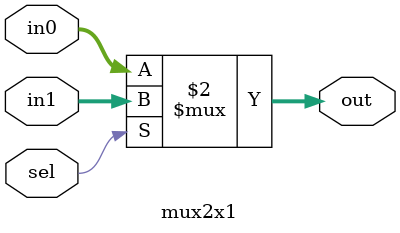
<source format=v>
`timescale 1ns / 1ps
module compute_ddp_wrapper(clk, rst, a0, a1, b0, b1, result, result_ready);
input clk;
input rst;
input [3:0] a0, a1, b0, b1;

output [4:0] result;		// in this example, result is a0+b0 and then a1+b1 
output result_ready;		// goes high when a0+b0 is computed and a1+b1 is computed

wire [3:0] ma_out, mb_out;
wire [4:0] compute_out;


// control signals generated by the FSM
reg ma_sel, mb_sel, compute_start, result_ready;

// control signals read by the FSM
wire compute_done;

// state variables
reg [2:0] state, nextstate;


//// ALU is described here

// Description of compute_ddp is in the other file.
// Description of mux2x1 is at the bottom of this file.
mux2x1 ma(.in0(a0), .in1(a1), .sel(ma_sel), .out(ma_out));
mux2x1 mb(.in0(b0), .in1(b1), .sel(mb_sel), .out(mb_out));
compute_ddp	compute( .clk(clk), .rst(rst), .start(compute_start), .a(ma_out), .b(mb_out), .c(compute_out), .done(compute_done) );
assign result = compute_out;

//// FSM is described here

always @(posedge clk)
begin
	if(rst)	// outside reset brings the FSM to init state (i.e. state0)
 		state <= 3'd0;
	else
		state <= nextstate;
end		

always @(*)
begin
	case(state)
	3'd0: begin		// Initial idle state
				ma_sel<=1'b0; mb_sel<=1'b0; compute_start<=1'b0; result_ready<=1'b0;
			end

	3'd1: begin		// initiate computation of a0+b0
				ma_sel<=1'b0; mb_sel<=1'b0; compute_start<=1'b1; result_ready<=1'b0;
			end
	3'd2: begin		// wait for this computation to finish
				ma_sel<=1'b0; mb_sel<=1'b0; compute_start<=1'b0; result_ready<=1'b0;
			end
	3'd3: begin		// set result_ready
				ma_sel<=1'b0; mb_sel<=1'b0; compute_start<=1'b0; result_ready<=1'b1;
			end

			
	3'd4: begin		// then initiate computation of a1+b1
				ma_sel<=1'b1; mb_sel<=1'b1; compute_start<=1'b1; result_ready<=1'b0;
			end
	3'd5: begin		// again wait for this computation to finish
				ma_sel<=1'b1; mb_sel<=1'b1; compute_start<=1'b0; result_ready<=1'b0;
			end			
	3'd6: begin		// set result_ready
				ma_sel<=1'b1; mb_sel<=1'b1; compute_start<=1'b0; result_ready<=1'b1;
			end			

	3'd7: begin		// END: no work 
				ma_sel<=1'b0; mb_sel<=1'b0; compute_start<=1'b0; result_ready<=1'b0;
			end
	default: begin		
				ma_sel<=1'b0; mb_sel<=1'b0; compute_start<=1'b0; result_ready<=1'b0;
			end
	endcase
end


// nextstate logic
always @(*)
begin
	case(state)
	3'd0: nextstate <=3'd1;

	3'd1: nextstate <=3'd2;		// initiates a0+b0
	3'd2: begin
				if(compute_done)	// wait for the computation to finish
					nextstate <=3'd3;
				else
					nextstate <=3'd2;
			end		
	3'd3: nextstate <=3'd4;		

	3'd4: nextstate <=3'd5;		// initiates a1+b1
	3'd5: begin
				if(compute_done)	// wait for the computation to finish
					nextstate <=3'd6;
				else
					nextstate <=3'd5;
			end		
	3'd6: nextstate <=3'd7;

	3'd7: nextstate <=3'd7;		// FSM halts here
	default: nextstate <=3'd0;	
	endcase
end	
	
endmodule



module mux2x1(in0, in1, sel, out);
input [3:0] in0, in1;
input sel;
output [3:0] out;

assign out = (sel==1'b0) ? in0 : in1;

endmodule


</source>
